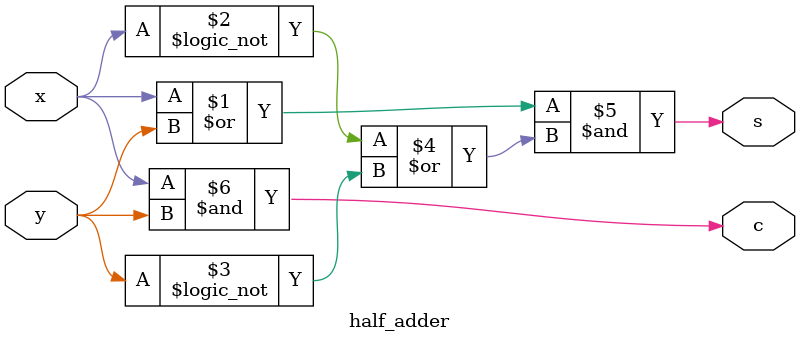
<source format=v>
module half_adder(
input x,y,
output s,
output c
);
assign s=(x | y) & (!x | !y);
assign c=x&y;
endmodule

</source>
